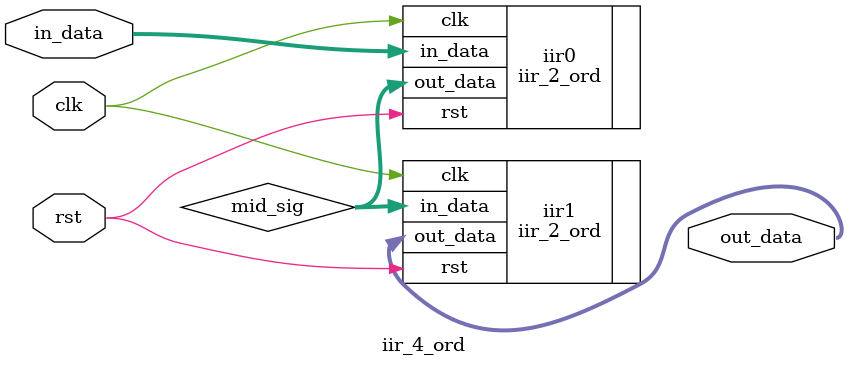
<source format=v>
module iir_4_ord(
input clk, rst,
input signed [9:0]in_data,
output wire signed [9:0]out_data
);

wire signed [9:0]mid_sig;

iir_2_ord iir0(
.clk(clk),
.rst(rst),
.in_data(in_data),
.out_data(mid_sig)
);

iir_2_ord iir1(
.clk(clk),
.rst(rst),
.in_data(mid_sig),
.out_data(out_data)
);

endmodule
</source>
